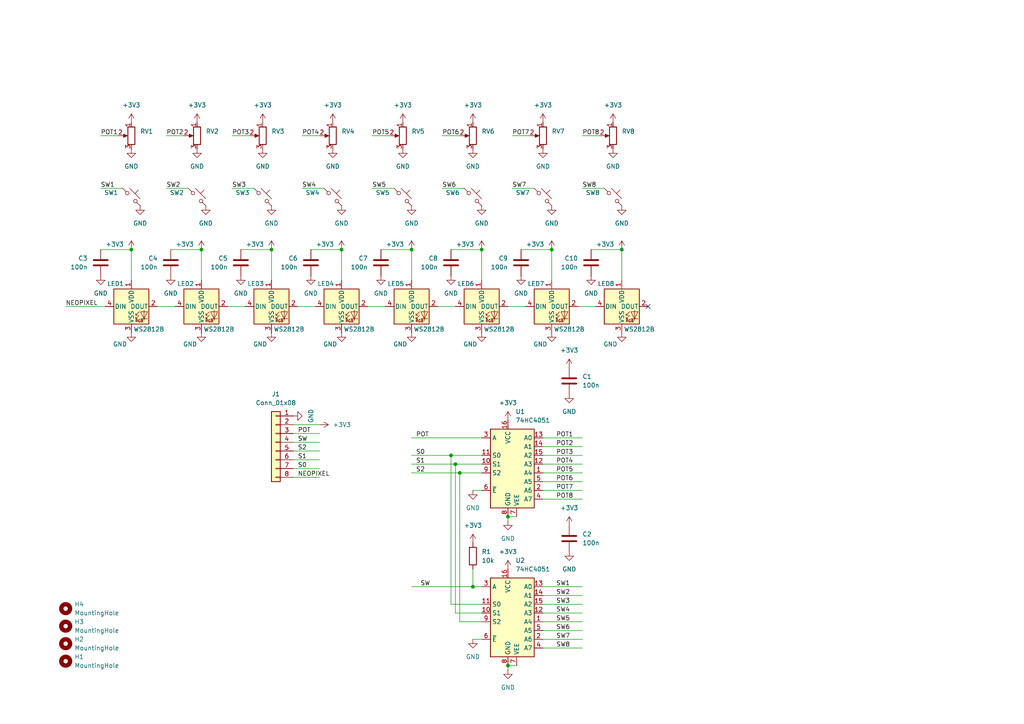
<source format=kicad_sch>
(kicad_sch (version 20231120) (generator "eeschema") (generator_version "8.0")
  (paper "A4")
  (lib_symbols
    (symbol "74xx:74HC4051"
      (property "Reference" "U" (at -5.08 11.43 0))
      (property "Value" "74HC4051" (at -7.62 -13.97 0))
      (symbol "74HC4051_0_1"
        (rectangle (start -5.08 10.16) (end 7.62 -12.7) (stroke (width 0.254)) (fill (type background)))
      )
      (symbol "74HC4051_1_1"
        (pin passive line (at 10.16 -2.54 180) (length 2.54) (name "A4") (number "1"))
        (pin input line (at -7.62 0 0) (length 2.54) (name "S1") (number "10"))
        (pin input line (at -7.62 2.54 0) (length 2.54) (name "S0") (number "11"))
        (pin passive line (at 10.16 0 180) (length 2.54) (name "A3") (number "12"))
        (pin passive line (at 10.16 7.62 180) (length 2.54) (name "A0") (number "13"))
        (pin passive line (at 10.16 5.08 180) (length 2.54) (name "A1") (number "14"))
        (pin passive line (at 10.16 2.54 180) (length 2.54) (name "A2") (number "15"))
        (pin power_in line (at 0 12.7 270) (length 2.54) (name "VCC") (number "16"))
        (pin passive line (at 10.16 -7.62 180) (length 2.54) (name "A6") (number "2"))
        (pin passive line (at -7.62 7.62 0) (length 2.54) (name "A") (number "3"))
        (pin passive line (at 10.16 -10.16 180) (length 2.54) (name "A7") (number "4"))
        (pin passive line (at 10.16 -5.08 180) (length 2.54) (name "A5") (number "5"))
        (pin input line (at -7.62 -7.62 0) (length 2.54) (name "~{E}") (number "6"))
        (pin power_in line (at 2.54 -15.24 90) (length 2.54) (name "VEE") (number "7"))
        (pin power_in line (at 0 -15.24 90) (length 2.54) (name "GND") (number "8"))
        (pin input line (at -7.62 -2.54 0) (length 2.54) (name "S2") (number "9"))
      )
    )
    (symbol "Device:C" (pin_numbers hide) (pin_names (offset 0.254))
      (property "Reference" "C" (at 0.635 2.54 0))
      (property "Value" "C" (at 0.635 -2.54 0))
      (symbol "C_0_1"
        (polyline (pts (xy -2.032 -0.762) (xy 2.032 -0.762)) (stroke (width 0.508)))
        (polyline (pts (xy -2.032 0.762) (xy 2.032 0.762)) (stroke (width 0.508)))
      )
      (symbol "C_1_1"
        (pin passive line (at 0 3.81 270) (length 2.794) (name "~") (number "1"))
        (pin passive line (at 0 -3.81 90) (length 2.794) (name "~") (number "2"))
      )
    )
    (symbol "Device:R" (pin_numbers hide) (pin_names (offset 0))
      (property "Reference" "R" (at 2.032 0 90))
      (property "Value" "R" (at 0 0 90))
      (symbol "R_0_1"
        (rectangle (start -1.016 -2.54) (end 1.016 2.54) (stroke (width 0.254)))
      )
      (symbol "R_1_1"
        (pin passive line (at 0 3.81 270) (length 1.27) (name "~") (number "1"))
        (pin passive line (at 0 -3.81 90) (length 1.27) (name "~") (number "2"))
      )
    )
    (symbol "Device:R_Potentiometer" (pin_names (offset 1.016) hide)
      (property "Reference" "RV" (at -4.445 0 90))
      (property "Value" "R_Potentiometer" (at -2.54 0 90))
      (symbol "R_Potentiometer_0_1"
        (polyline (pts (xy 2.54 0) (xy 1.524 0)))
        (polyline (pts (xy 1.143 0) (xy 2.286 0.508) (xy 2.286 -0.508) (xy 1.143 0)) (fill (type outline)))
        (rectangle (start 1.016 2.54) (end -1.016 -2.54) (stroke (width 0.254)))
      )
      (symbol "R_Potentiometer_1_1"
        (pin passive line (at 0 3.81 270) (length 1.27) (name "1") (number "1"))
        (pin passive line (at 3.81 0 180) (length 1.27) (name "2") (number "2"))
        (pin passive line (at 0 -3.81 90) (length 1.27) (name "3") (number "3"))
      )
    )
    (symbol "LED:WS2812B" (pin_names (offset 0.254))
      (property "Reference" "D" (at 5.08 5.715 0))
      (property "Value" "WS2812B" (at 1.27 -5.715 0))
      (symbol "WS2812B_0_0"
        (text "RGB" (at 2.286 -4.191 0) (effects (font (size 0.762 0.762))))
      )
      (symbol "WS2812B_0_1"
        (polyline (pts (xy 1.27 -3.556) (xy 1.778 -3.556)))
        (polyline (pts (xy 1.27 -2.54) (xy 1.778 -2.54)))
        (polyline (pts (xy 4.699 -3.556) (xy 2.667 -3.556)))
        (polyline (pts (xy 2.286 -2.54) (xy 1.27 -3.556) (xy 1.27 -3.048)))
        (polyline (pts (xy 2.286 -1.524) (xy 1.27 -2.54) (xy 1.27 -2.032)))
        (polyline (pts (xy 3.683 -1.016) (xy 3.683 -3.556) (xy 3.683 -4.064)))
        (polyline (pts (xy 4.699 -1.524) (xy 2.667 -1.524) (xy 3.683 -3.556) (xy 4.699 -1.524)))
        (rectangle (start 5.08 5.08) (end -5.08 -5.08) (stroke (width 0.254)) (fill (type background)))
      )
      (symbol "WS2812B_1_1"
        (pin power_in line (at 0 7.62 270) (length 2.54) (name "VDD") (number "1"))
        (pin output line (at 7.62 0 180) (length 2.54) (name "DOUT") (number "2"))
        (pin power_in line (at 0 -7.62 90) (length 2.54) (name "VSS") (number "3"))
        (pin input line (at -7.62 0 0) (length 2.54) (name "DIN") (number "4"))
      )
    )
    (symbol "Mechanical:MountingHole" (pin_names (offset 1.016)) (exclude_from_sim yes) (in_bom no)
      (property "Reference" "H" (at 0 5.08 0))
      (property "Value" "MountingHole" (at 0 3.175 0))
      (symbol "MountingHole_0_1"
        (circle (center 0 0) (radius 1.27) (stroke (width 1.27)))
      )
    )
    (symbol "PCM_4ms_Connector:Conn_01x08" (pin_names (offset 1.016) hide)
      (property "Reference" "J" (at 0 10.16 0))
      (property "Value" "Conn_01x08" (at -1.27 -13.97 0))
      (symbol "Conn_01x08_0_0"
        (pin passive line (at -5.08 -2.54 0) (length 3.81) (name "Pin_5") (number "5"))
        (pin passive line (at -5.08 -5.08 0) (length 3.81) (name "Pin_6") (number "6"))
        (pin passive line (at -5.08 -7.62 0) (length 3.81) (name "Pin_7") (number "7"))
        (pin passive line (at -5.08 -10.16 0) (length 3.81) (name "Pin_8") (number "8"))
      )
      (symbol "Conn_01x08_1_1"
        (rectangle (start -1.27 -10.033) (end 0 -10.287) (stroke (width 0.1524)))
        (rectangle (start -1.27 -7.493) (end 0 -7.747) (stroke (width 0.1524)))
        (rectangle (start -1.27 -4.953) (end 0 -5.207) (stroke (width 0.1524)))
        (rectangle (start -1.27 -2.413) (end 0 -2.667) (stroke (width 0.1524)))
        (rectangle (start -1.27 0.127) (end 0 -0.127) (stroke (width 0.1524)))
        (rectangle (start -1.27 2.667) (end 0 2.413) (stroke (width 0.1524)))
        (rectangle (start -1.27 5.207) (end 0 4.953) (stroke (width 0.1524)))
        (rectangle (start -1.27 7.747) (end 0 7.493) (stroke (width 0.1524)))
        (rectangle (start -1.27 8.89) (end 1.27 -11.43) (stroke (width 0.254)) (fill (type background)))
        (pin passive line (at -5.08 7.62 0) (length 3.81) (name "Pin_1") (number "1"))
        (pin passive line (at -5.08 5.08 0) (length 3.81) (name "Pin_2") (number "2"))
        (pin passive line (at -5.08 2.54 0) (length 3.81) (name "Pin_3") (number "3"))
        (pin passive line (at -5.08 0 0) (length 3.81) (name "Pin_4") (number "4"))
      )
    )
    (symbol "Switch:SW_Push_45deg" (pin_numbers hide) (pin_names (offset 1.016) hide)
      (property "Reference" "SW" (at 3.048 1.016 0))
      (property "Value" "SW_Push_45deg" (at 0 -3.81 0))
      (symbol "SW_Push_45deg_0_1"
        (circle (center -1.1684 1.1684) (radius 0.508))
        (polyline (pts (xy -0.508 2.54) (xy 2.54 -0.508)))
        (polyline (pts (xy 1.016 1.016) (xy 2.032 2.032)))
        (polyline (pts (xy -2.54 2.54) (xy -1.524 1.524) (xy -1.524 1.524)))
        (polyline (pts (xy 1.524 -1.524) (xy 2.54 -2.54) (xy 2.54 -2.54) (xy 2.54 -2.54)))
        (circle (center 1.143 -1.1938) (radius 0.508))
        (pin passive line (at -2.54 2.54 0) (length 0) (name "1") (number "1"))
        (pin passive line (at 2.54 -2.54 180) (length 0) (name "2") (number "2"))
      )
    )
    (symbol "power:+3V3" (power) (pin_numbers hide) (pin_names (offset 0) hide)
      (property "Value" "+3V3" (at 0 3.556 0))
      (symbol "+3V3_0_1"
        (polyline (pts (xy -0.762 1.27) (xy 0 2.54)))
        (polyline (pts (xy 0 0) (xy 0 2.54)))
        (polyline (pts (xy 0 2.54) (xy 0.762 1.27)))
      )
      (symbol "+3V3_1_1"
        (pin power_in line (at 0 0 90) (length 0) (name "~") (number "1"))
      )
    )
    (symbol "power:GND" (power) (pin_numbers hide) (pin_names (offset 0) hide)
      (property "Value" "GND" (at 0 -3.81 0))
      (symbol "GND_0_1"
        (polyline (pts (xy 0 0) (xy 0 -1.27) (xy 1.27 -1.27) (xy 0 -2.54) (xy -1.27 -1.27) (xy 0 -1.27)))
      )
      (symbol "GND_1_1"
        (pin power_in line (at 0 0 270) (length 0) (name "~") (number "1"))
      )
    )
  )
  (junction (at 147.32 149.86))
  (junction (at 137.16 170.18))
  (junction (at 119.38 72.39))
  (junction (at 38.1 72.39))
  (junction (at 160.02 72.39))
  (junction (at 78.74 72.39))
  (junction (at 99.06 72.39))
  (junction (at 132.08 134.62))
  (junction (at 133.35 137.16))
  (junction (at 58.42 72.39))
  (junction (at 147.32 193.04))
  (junction (at 180.34 72.39))
  (junction (at 139.7 72.39))
  (junction (at 130.81 132.08))
  (no_connect (at 187.96 88.9))
  (wire (pts (xy 157.48 177.8) (xy 168.91 177.8)))
  (wire (pts (xy 99.06 72.39) (xy 99.06 81.28)))
  (wire (pts (xy 49.53 72.39) (xy 58.42 72.39)))
  (wire (pts (xy 86.36 88.9) (xy 91.44 88.9)))
  (wire (pts (xy 147.32 151.13) (xy 147.32 149.86)))
  (wire (pts (xy 38.1 72.39) (xy 38.1 81.28)))
  (wire (pts (xy 87.63 39.37) (xy 92.71 39.37)))
  (wire (pts (xy 85.09 125.73) (xy 92.71 125.73)))
  (wire (pts (xy 157.48 175.26) (xy 168.91 175.26)))
  (wire (pts (xy 29.21 39.37) (xy 34.29 39.37)))
  (wire (pts (xy 107.95 54.61) (xy 114.3 54.61)))
  (wire (pts (xy 157.48 185.42) (xy 168.91 185.42)))
  (wire (pts (xy 157.48 187.96) (xy 168.91 187.96)))
  (wire (pts (xy 110.49 72.39) (xy 119.38 72.39)))
  (wire (pts (xy 168.91 39.37) (xy 173.99 39.37)))
  (wire (pts (xy 133.35 137.16) (xy 133.35 180.34)))
  (wire (pts (xy 157.48 134.62) (xy 168.91 134.62)))
  (wire (pts (xy 157.48 142.24) (xy 168.91 142.24)))
  (wire (pts (xy 85.09 135.89) (xy 92.71 135.89)))
  (wire (pts (xy 132.08 177.8) (xy 139.7 177.8)))
  (wire (pts (xy 45.72 88.9) (xy 50.8 88.9)))
  (wire (pts (xy 127 88.9) (xy 132.08 88.9)))
  (wire (pts (xy 133.35 137.16) (xy 139.7 137.16)))
  (wire (pts (xy 106.68 88.9) (xy 111.76 88.9)))
  (wire (pts (xy 85.09 128.27) (xy 92.71 128.27)))
  (wire (pts (xy 128.27 54.61) (xy 134.62 54.61)))
  (wire (pts (xy 132.08 134.62) (xy 132.08 177.8)))
  (wire (pts (xy 157.48 132.08) (xy 168.91 132.08)))
  (wire (pts (xy 180.34 72.39) (xy 180.34 81.28)))
  (wire (pts (xy 147.32 194.31) (xy 147.32 193.04)))
  (wire (pts (xy 130.81 132.08) (xy 130.81 175.26)))
  (wire (pts (xy 148.59 54.61) (xy 154.94 54.61)))
  (wire (pts (xy 157.48 137.16) (xy 168.91 137.16)))
  (wire (pts (xy 130.81 72.39) (xy 139.7 72.39)))
  (wire (pts (xy 128.27 39.37) (xy 133.35 39.37)))
  (wire (pts (xy 137.16 185.42) (xy 139.7 185.42)))
  (wire (pts (xy 85.09 133.35) (xy 92.71 133.35)))
  (wire (pts (xy 160.02 72.39) (xy 160.02 81.28)))
  (wire (pts (xy 157.48 182.88) (xy 168.91 182.88)))
  (wire (pts (xy 119.38 72.39) (xy 119.38 81.28)))
  (wire (pts (xy 157.48 180.34) (xy 168.91 180.34)))
  (wire (pts (xy 167.64 88.9) (xy 172.72 88.9)))
  (wire (pts (xy 147.32 88.9) (xy 152.4 88.9)))
  (wire (pts (xy 147.32 149.86) (xy 149.86 149.86)))
  (wire (pts (xy 137.16 142.24) (xy 139.7 142.24)))
  (wire (pts (xy 85.09 130.81) (xy 92.71 130.81)))
  (wire (pts (xy 130.81 175.26) (xy 139.7 175.26)))
  (wire (pts (xy 157.48 129.54) (xy 168.91 129.54)))
  (wire (pts (xy 157.48 144.78) (xy 168.91 144.78)))
  (wire (pts (xy 29.21 72.39) (xy 38.1 72.39)))
  (wire (pts (xy 85.09 138.43) (xy 92.71 138.43)))
  (wire (pts (xy 66.04 88.9) (xy 71.12 88.9)))
  (wire (pts (xy 69.85 72.39) (xy 78.74 72.39)))
  (wire (pts (xy 119.38 132.08) (xy 130.81 132.08)))
  (wire (pts (xy 168.91 54.61) (xy 175.26 54.61)))
  (wire (pts (xy 58.42 72.39) (xy 58.42 81.28)))
  (wire (pts (xy 119.38 170.18) (xy 137.16 170.18)))
  (wire (pts (xy 78.74 72.39) (xy 78.74 81.28)))
  (wire (pts (xy 147.32 193.04) (xy 149.86 193.04)))
  (wire (pts (xy 157.48 172.72) (xy 168.91 172.72)))
  (wire (pts (xy 137.16 170.18) (xy 139.7 170.18)))
  (wire (pts (xy 87.63 54.61) (xy 93.98 54.61)))
  (wire (pts (xy 67.31 54.61) (xy 73.66 54.61)))
  (wire (pts (xy 130.81 132.08) (xy 139.7 132.08)))
  (wire (pts (xy 157.48 139.7) (xy 168.91 139.7)))
  (wire (pts (xy 139.7 72.39) (xy 139.7 81.28)))
  (wire (pts (xy 48.26 54.61) (xy 54.61 54.61)))
  (wire (pts (xy 90.17 72.39) (xy 99.06 72.39)))
  (wire (pts (xy 171.45 72.39) (xy 180.34 72.39)))
  (wire (pts (xy 133.35 180.34) (xy 139.7 180.34)))
  (wire (pts (xy 151.13 72.39) (xy 160.02 72.39)))
  (wire (pts (xy 119.38 127) (xy 139.7 127)))
  (wire (pts (xy 119.38 137.16) (xy 133.35 137.16)))
  (wire (pts (xy 132.08 134.62) (xy 139.7 134.62)))
  (wire (pts (xy 19.05 88.9) (xy 30.48 88.9)))
  (wire (pts (xy 107.95 39.37) (xy 113.03 39.37)))
  (wire (pts (xy 148.59 39.37) (xy 153.67 39.37)))
  (wire (pts (xy 48.26 39.37) (xy 53.34 39.37)))
  (wire (pts (xy 137.16 165.1) (xy 137.16 170.18)))
  (wire (pts (xy 92.71 123.19) (xy 85.09 123.19)))
  (wire (pts (xy 157.48 127) (xy 168.91 127)))
  (wire (pts (xy 29.21 54.61) (xy 35.56 54.61)))
  (wire (pts (xy 67.31 39.37) (xy 72.39 39.37)))
  (wire (pts (xy 119.38 134.62) (xy 132.08 134.62)))
  (wire (pts (xy 157.48 170.18) (xy 168.91 170.18)))
  (label "SW1" (at 29.21 54.61 0))
  (label "NEOPIXEL" (at 19.05 88.9 0))
  (label "SW2" (at 161.29 172.72 0))
  (label "POT8" (at 161.29 144.78 0))
  (label "S1" (at 86.36 133.35 0))
  (label "POT" (at 120.65 127 0))
  (label "S1" (at 120.65 134.62 0))
  (label "S0" (at 86.36 135.89 0))
  (label "POT3" (at 67.31 39.37 0))
  (label "SW4" (at 87.63 54.61 0))
  (label "S0" (at 120.65 132.08 0))
  (label "SW2" (at 48.26 54.61 0))
  (label "SW" (at 86.36 128.27 0))
  (label "SW" (at 121.92 170.18 0))
  (label "POT5" (at 107.95 39.37 0))
  (label "POT3" (at 161.29 132.08 0))
  (label "SW3" (at 161.29 175.26 0))
  (label "SW8" (at 161.29 187.96 0))
  (label "POT4" (at 87.63 39.37 0))
  (label "POT1" (at 29.21 39.37 0))
  (label "POT6" (at 128.27 39.37 0))
  (label "POT4" (at 161.29 134.62 0))
  (label "POT7" (at 161.29 142.24 0))
  (label "SW6" (at 161.29 182.88 0))
  (label "NEOPIXEL" (at 86.36 138.43 0))
  (label "SW7" (at 148.59 54.61 0))
  (label "POT2" (at 48.26 39.37 0))
  (label "SW6" (at 128.27 54.61 0))
  (label "POT7" (at 148.59 39.37 0))
  (label "SW1" (at 161.29 170.18 0))
  (label "POT5" (at 161.29 137.16 0))
  (label "SW4" (at 161.29 177.8 0))
  (label "POT1" (at 161.29 127 0))
  (label "SW8" (at 168.91 54.61 0))
  (label "POT8" (at 168.91 39.37 0))
  (label "SW3" (at 67.31 54.61 0))
  (label "S2" (at 86.36 130.81 0))
  (label "S2" (at 120.65 137.16 0))
  (label "POT2" (at 161.29 129.54 0))
  (label "SW5" (at 107.95 54.61 0))
  (label "SW7" (at 161.29 185.42 0))
  (label "POT" (at 86.36 125.73 0))
  (label "SW5" (at 161.29 180.34 0))
  (label "POT6" (at 161.29 139.7 0))
  (symbol (lib_id "Device:C") (at 165.1 156.21 0) (unit 1)
    (property "Reference" "C2" (at 168.91 154.9399 0) (effects (justify left)))
    (property "Value" "100n" (at 168.91 157.4799 0) (effects (justify left)))
    (property "Footprint" "Capacitor_SMD:C_0603_1608Metric" (effects (hide yes)))
    (property "Description" "Unpolarized capacitor" (effects (hide yes)))
  )
  (symbol (lib_id "power:GND") (at 171.45 80.01 0) (mirror y) (unit 1)
    (property "Reference" "#PWR058" (effects (hide yes)))
    (property "Value" "GND" (at 171.45 85.09 0))
    (property "Description" "Power symbol creates a global label with name \"GND\" , ground" (effects (hide yes)))
  )
  (symbol (lib_id "Mechanical:MountingHole") (at 19.05 176.53 0) (unit 1) (exclude_from_sim yes) (in_bom no)
    (property "Reference" "H4" (at 21.59 175.2599 0) (effects (justify left)))
    (property "Value" "MountingHole" (at 21.59 177.7999 0) (effects (justify left)))
    (property "Footprint" "MountingHole:MountingHole_2.5mm" (effects (hide yes)))
    (property "Description" "Mounting Hole without connection" (effects (hide yes)))
  )
  (symbol (lib_id "power:GND") (at 139.7 59.69 0) (unit 1)
    (property "Reference" "#PWR024" (effects (hide yes)))
    (property "Value" "GND" (at 139.7 64.77 0))
    (property "Description" "Power symbol creates a global label with name \"GND\" , ground" (effects (hide yes)))
  )
  (symbol (lib_id "Device:R_Potentiometer") (at 38.1 39.37 0) (mirror y) (unit 1)
    (property "Reference" "RV1" (at 40.64 38.0999 0) (effects (justify right)))
    (property "Value" "R_Potentiometer" (effects (hide yes)))
    (property "Footprint" "Potentiometer_THT:Potentiometer_Alps_RK09K_Single_Vertical" (effects (hide yes)))
    (property "Description" "Potentiometer" (effects (hide yes)))
  )
  (symbol (lib_id "power:+3V3") (at 57.15 35.56 0) (unit 1)
    (property "Reference" "#PWR010" (effects (hide yes)))
    (property "Value" "+3V3" (at 57.15 30.48 0))
    (property "Description" "Power symbol creates a global label with name \"+3V3\"" (effects (hide yes)))
  )
  (symbol (lib_id "Device:C") (at 171.45 76.2 0) (mirror y) (unit 1)
    (property "Reference" "C10" (at 167.64 74.9299 0) (effects (justify left)))
    (property "Value" "100n" (at 167.64 77.4699 0) (effects (justify left)))
    (property "Footprint" "Capacitor_SMD:C_0603_1608Metric" (effects (hide yes)))
    (property "Description" "Unpolarized capacitor" (effects (hide yes)))
  )
  (symbol (lib_id "power:+3V3") (at 160.02 72.39 0) (unit 1)
    (property "Reference" "#PWR056" (effects (hide yes)))
    (property "Value" "+3V3" (at 155.194 70.866 0))
    (property "Description" "Power symbol creates a global label with name \"+3V3\"" (effects (hide yes)))
  )
  (symbol (lib_id "power:+3V3") (at 116.84 35.56 0) (unit 1)
    (property "Reference" "#PWR019" (effects (hide yes)))
    (property "Value" "+3V3" (at 116.84 30.48 0))
    (property "Description" "Power symbol creates a global label with name \"+3V3\"" (effects (hide yes)))
  )
  (symbol (lib_id "LED:WS2812B") (at 119.38 88.9 0) (unit 1)
    (property "Reference" "LED5" (at 114.808 82.296 0))
    (property "Value" "WS2812B" (at 124.46 95.504 0))
    (property "Footprint" "LED_SMD:LED_WS2812B-Mini_PLCC4_3.5x3.5mm" (effects (hide yes)))
    (property "Datasheet" "https://cdn-shop.adafruit.com/datasheets/WS2812B.pdf" (effects (hide yes)))
    (property "Description" "RGB LED with integrated controller" (effects (hide yes)))
  )
  (symbol (lib_id "power:+3V3") (at 137.16 35.56 0) (unit 1)
    (property "Reference" "#PWR022" (effects (hide yes)))
    (property "Value" "+3V3" (at 137.16 30.48 0))
    (property "Description" "Power symbol creates a global label with name \"+3V3\"" (effects (hide yes)))
  )
  (symbol (lib_id "power:GND") (at 90.17 80.01 0) (mirror y) (unit 1)
    (property "Reference" "#PWR046" (effects (hide yes)))
    (property "Value" "GND" (at 90.17 85.09 0))
    (property "Description" "Power symbol creates a global label with name \"GND\" , ground" (effects (hide yes)))
  )
  (symbol (lib_id "Device:C") (at 90.17 76.2 0) (mirror y) (unit 1)
    (property "Reference" "C6" (at 86.36 74.9299 0) (effects (justify left)))
    (property "Value" "100n" (at 86.36 77.4699 0) (effects (justify left)))
    (property "Footprint" "Capacitor_SMD:C_0603_1608Metric" (effects (hide yes)))
    (property "Description" "Unpolarized capacitor" (effects (hide yes)))
  )
  (symbol (lib_id "PCM_4ms_Connector:Conn_01x08") (at 80.01 128.27 0) (mirror y) (unit 1)
    (property "Reference" "J1" (at 80.01 114.3 0))
    (property "Value" "Conn_01x08" (at 80.01 116.84 0))
    (property "Footprint" "Connector_PinHeader_2.54mm:PinHeader_1x08_P2.54mm_Vertical" (effects (hide yes)))
    (property "Description" "HEADER 1x8 MALE PINS 0.100” 180deg" (effects (hide yes)))
    (property "Specifications" "HEADER 1x8 MALE PINS 0.100” 180deg" (effects (hide yes)))
  )
  (symbol (lib_id "power:+3V3") (at 147.32 121.92 0) (unit 1)
    (property "Reference" "#PWR04" (effects (hide yes)))
    (property "Value" "+3V3" (at 147.32 116.84 0))
    (property "Description" "Power symbol creates a global label with name \"+3V3\"" (effects (hide yes)))
  )
  (symbol (lib_id "power:GND") (at 160.02 96.52 0) (mirror y) (unit 1)
    (property "Reference" "#PWR057" (effects (hide yes)))
    (property "Value" "GND" (at 156.718 99.822 0))
    (property "Description" "Power symbol creates a global label with name \"GND\" , ground" (effects (hide yes)))
  )
  (symbol (lib_id "power:GND") (at 137.16 185.42 0) (mirror y) (unit 1)
    (property "Reference" "#PWR07" (effects (hide yes)))
    (property "Value" "GND" (at 137.16 190.5 0))
    (property "Description" "Power symbol creates a global label with name \"GND\" , ground" (effects (hide yes)))
  )
  (symbol (lib_id "LED:WS2812B") (at 139.7 88.9 0) (unit 1)
    (property "Reference" "LED6" (at 135.128 82.296 0))
    (property "Value" "WS2812B" (at 144.78 95.504 0))
    (property "Footprint" "LED_SMD:LED_WS2812B-Mini_PLCC4_3.5x3.5mm" (effects (hide yes)))
    (property "Datasheet" "https://cdn-shop.adafruit.com/datasheets/WS2812B.pdf" (effects (hide yes)))
    (property "Description" "RGB LED with integrated controller" (effects (hide yes)))
  )
  (symbol (lib_id "Device:C") (at 110.49 76.2 0) (mirror y) (unit 1)
    (property "Reference" "C7" (at 106.68 74.9299 0) (effects (justify left)))
    (property "Value" "100n" (at 106.68 77.4699 0) (effects (justify left)))
    (property "Footprint" "Capacitor_SMD:C_0603_1608Metric" (effects (hide yes)))
    (property "Description" "Unpolarized capacitor" (effects (hide yes)))
  )
  (symbol (lib_id "power:GND") (at 57.15 43.18 0) (unit 1)
    (property "Reference" "#PWR011" (effects (hide yes)))
    (property "Value" "GND" (at 57.15 48.26 0))
    (property "Description" "Power symbol creates a global label with name \"GND\" , ground" (effects (hide yes)))
  )
  (symbol (lib_id "power:GND") (at 180.34 59.69 0) (unit 1)
    (property "Reference" "#PWR030" (effects (hide yes)))
    (property "Value" "GND" (at 180.34 64.77 0))
    (property "Description" "Power symbol creates a global label with name \"GND\" , ground" (effects (hide yes)))
  )
  (symbol (lib_id "power:+3V3") (at 177.8 35.56 0) (unit 1)
    (property "Reference" "#PWR028" (effects (hide yes)))
    (property "Value" "+3V3" (at 177.8 30.48 0))
    (property "Description" "Power symbol creates a global label with name \"+3V3\"" (effects (hide yes)))
  )
  (symbol (lib_id "Switch:SW_Push_45deg") (at 76.2 57.15 270) (mirror x) (unit 1)
    (property "Reference" "SW3" (at 72.39 55.8799 90) (effects (justify right)))
    (property "Value" "SW_Push_45deg" (effects (hide yes)))
    (property "Footprint" "Button_Switch_THT:SW_PUSH_6mm_H7.3mm" (effects (hide yes)))
    (property "Description" "Push button switch, normally open, two pins, 45° tilted" (effects (hide yes)))
  )
  (symbol (lib_id "LED:WS2812B") (at 160.02 88.9 0) (unit 1)
    (property "Reference" "LED7" (at 155.448 82.296 0))
    (property "Value" "WS2812B" (at 165.1 95.504 0))
    (property "Footprint" "LED_SMD:LED_WS2812B-Mini_PLCC4_3.5x3.5mm" (effects (hide yes)))
    (property "Datasheet" "https://cdn-shop.adafruit.com/datasheets/WS2812B.pdf" (effects (hide yes)))
    (property "Description" "RGB LED with integrated controller" (effects (hide yes)))
  )
  (symbol (lib_id "power:+3V3") (at 99.06 72.39 0) (unit 1)
    (property "Reference" "#PWR047" (effects (hide yes)))
    (property "Value" "+3V3" (at 94.234 70.866 0))
    (property "Description" "Power symbol creates a global label with name \"+3V3\"" (effects (hide yes)))
  )
  (symbol (lib_id "power:GND") (at 116.84 43.18 0) (unit 1)
    (property "Reference" "#PWR020" (effects (hide yes)))
    (property "Value" "GND" (at 116.84 48.26 0))
    (property "Description" "Power symbol creates a global label with name \"GND\" , ground" (effects (hide yes)))
  )
  (symbol (lib_id "Mechanical:MountingHole") (at 19.05 181.61 0) (unit 1) (exclude_from_sim yes) (in_bom no)
    (property "Reference" "H3" (at 21.59 180.3399 0) (effects (justify left)))
    (property "Value" "MountingHole" (at 21.59 182.8799 0) (effects (justify left)))
    (property "Footprint" "MountingHole:MountingHole_2.5mm" (effects (hide yes)))
    (property "Description" "Mounting Hole without connection" (effects (hide yes)))
  )
  (symbol (lib_id "power:+3V3") (at 38.1 35.56 0) (unit 1)
    (property "Reference" "#PWR03" (effects (hide yes)))
    (property "Value" "+3V3" (at 38.1 30.48 0))
    (property "Description" "Power symbol creates a global label with name \"+3V3\"" (effects (hide yes)))
  )
  (symbol (lib_id "power:+3V3") (at 157.48 35.56 0) (unit 1)
    (property "Reference" "#PWR025" (effects (hide yes)))
    (property "Value" "+3V3" (at 157.48 30.48 0))
    (property "Description" "Power symbol creates a global label with name \"+3V3\"" (effects (hide yes)))
  )
  (symbol (lib_id "power:GND") (at 157.48 43.18 0) (unit 1)
    (property "Reference" "#PWR026" (effects (hide yes)))
    (property "Value" "GND" (at 157.48 48.26 0))
    (property "Description" "Power symbol creates a global label with name \"GND\" , ground" (effects (hide yes)))
  )
  (symbol (lib_id "power:+3V3") (at 139.7 72.39 0) (unit 1)
    (property "Reference" "#PWR053" (effects (hide yes)))
    (property "Value" "+3V3" (at 134.874 70.866 0))
    (property "Description" "Power symbol creates a global label with name \"+3V3\"" (effects (hide yes)))
  )
  (symbol (lib_id "power:+3V3") (at 165.1 106.68 0) (unit 1)
    (property "Reference" "#PWR038" (effects (hide yes)))
    (property "Value" "+3V3" (at 165.1 101.6 0))
    (property "Description" "Power symbol creates a global label with name \"+3V3\"" (effects (hide yes)))
  )
  (symbol (lib_id "power:GND") (at 177.8 43.18 0) (unit 1)
    (property "Reference" "#PWR029" (effects (hide yes)))
    (property "Value" "GND" (at 177.8 48.26 0))
    (property "Description" "Power symbol creates a global label with name \"GND\" , ground" (effects (hide yes)))
  )
  (symbol (lib_id "74xx:74HC4051") (at 147.32 134.62 0) (unit 1)
    (property "Reference" "U1" (at 149.5141 119.38 0) (effects (justify left)))
    (property "Value" "74HC4051" (at 149.5141 121.92 0) (effects (justify left)))
    (property "Footprint" "Package_SO:SOIC-16_3.9x9.9mm_P1.27mm" (effects (hide yes)))
    (property "Datasheet" "http://www.ti.com/lit/ds/symlink/cd74hc4051.pdf" (effects (hide yes)))
    (property "Description" "8-channel analog multiplexer/demultiplexer, DIP-16/SOIC-16/TSSOP-16" (effects (hide yes)))
  )
  (symbol (lib_id "power:GND") (at 38.1 43.18 0) (unit 1)
    (property "Reference" "#PWR01" (effects (hide yes)))
    (property "Value" "GND" (at 38.1 48.26 0))
    (property "Description" "Power symbol creates a global label with name \"GND\" , ground" (effects (hide yes)))
  )
  (symbol (lib_id "Device:C") (at 130.81 76.2 0) (mirror y) (unit 1)
    (property "Reference" "C8" (at 127 74.9299 0) (effects (justify left)))
    (property "Value" "100n" (at 127 77.4699 0) (effects (justify left)))
    (property "Footprint" "Capacitor_SMD:C_0603_1608Metric" (effects (hide yes)))
    (property "Description" "Unpolarized capacitor" (effects (hide yes)))
  )
  (symbol (lib_id "Device:R") (at 137.16 161.29 0) (unit 1)
    (property "Reference" "R1" (at 139.7 160.0199 0) (effects (justify left)))
    (property "Value" "10k" (at 139.7 162.5599 0) (effects (justify left)))
    (property "Footprint" "Resistor_SMD:R_0603_1608Metric" (effects (hide yes)))
    (property "Description" "Resistor" (effects (hide yes)))
  )
  (symbol (lib_id "power:GND") (at 29.21 80.01 0) (mirror y) (unit 1)
    (property "Reference" "#PWR041" (effects (hide yes)))
    (property "Value" "GND" (at 29.21 85.09 0))
    (property "Description" "Power symbol creates a global label with name \"GND\" , ground" (effects (hide yes)))
  )
  (symbol (lib_id "Device:R_Potentiometer") (at 157.48 39.37 0) (mirror y) (unit 1)
    (property "Reference" "RV7" (at 160.02 38.0999 0) (effects (justify right)))
    (property "Value" "R_Potentiometer" (effects (hide yes)))
    (property "Footprint" "Potentiometer_THT:Potentiometer_Alps_RK09K_Single_Vertical" (effects (hide yes)))
    (property "Description" "Potentiometer" (effects (hide yes)))
  )
  (symbol (lib_id "74xx:74HC4051") (at 147.32 177.8 0) (unit 1)
    (property "Reference" "U2" (at 149.5141 162.56 0) (effects (justify left)))
    (property "Value" "74HC4051" (at 149.5141 165.1 0) (effects (justify left)))
    (property "Footprint" "Package_SO:SOIC-16_3.9x9.9mm_P1.27mm" (effects (hide yes)))
    (property "Datasheet" "http://www.ti.com/lit/ds/symlink/cd74hc4051.pdf" (effects (hide yes)))
    (property "Description" "8-channel analog multiplexer/demultiplexer, DIP-16/SOIC-16/TSSOP-16" (effects (hide yes)))
  )
  (symbol (lib_id "power:+3V3") (at 96.52 35.56 0) (unit 1)
    (property "Reference" "#PWR016" (effects (hide yes)))
    (property "Value" "+3V3" (at 96.52 30.48 0))
    (property "Description" "Power symbol creates a global label with name \"+3V3\"" (effects (hide yes)))
  )
  (symbol (lib_id "power:GND") (at 130.81 80.01 0) (mirror y) (unit 1)
    (property "Reference" "#PWR052" (effects (hide yes)))
    (property "Value" "GND" (at 130.81 85.09 0))
    (property "Description" "Power symbol creates a global label with name \"GND\" , ground" (effects (hide yes)))
  )
  (symbol (lib_id "Device:R_Potentiometer") (at 76.2 39.37 0) (mirror y) (unit 1)
    (property "Reference" "RV3" (at 78.74 38.0999 0) (effects (justify right)))
    (property "Value" "R_Potentiometer" (effects (hide yes)))
    (property "Footprint" "Potentiometer_THT:Potentiometer_Alps_RK09K_Single_Vertical" (effects (hide yes)))
    (property "Description" "Potentiometer" (effects (hide yes)))
  )
  (symbol (lib_id "Switch:SW_Push_45deg") (at 96.52 57.15 270) (mirror x) (unit 1)
    (property "Reference" "SW4" (at 92.71 55.8799 90) (effects (justify right)))
    (property "Value" "SW_Push_45deg" (effects (hide yes)))
    (property "Footprint" "Button_Switch_THT:SW_PUSH_6mm_H7.3mm" (effects (hide yes)))
    (property "Description" "Push button switch, normally open, two pins, 45° tilted" (effects (hide yes)))
  )
  (symbol (lib_id "Mechanical:MountingHole") (at 19.05 186.69 0) (unit 1) (exclude_from_sim yes) (in_bom no)
    (property "Reference" "H2" (at 21.59 185.4199 0) (effects (justify left)))
    (property "Value" "MountingHole" (at 21.59 187.9599 0) (effects (justify left)))
    (property "Footprint" "MountingHole:MountingHole_2.5mm" (effects (hide yes)))
    (property "Description" "Mounting Hole without connection" (effects (hide yes)))
  )
  (symbol (lib_id "power:GND") (at 165.1 114.3 0) (mirror y) (unit 1)
    (property "Reference" "#PWR035" (effects (hide yes)))
    (property "Value" "GND" (at 165.1 119.38 0))
    (property "Description" "Power symbol creates a global label with name \"GND\" , ground" (effects (hide yes)))
  )
  (symbol (lib_id "power:+3V3") (at 38.1 72.39 0) (unit 1)
    (property "Reference" "#PWR034" (effects (hide yes)))
    (property "Value" "+3V3" (at 33.274 70.866 0))
    (property "Description" "Power symbol creates a global label with name \"+3V3\"" (effects (hide yes)))
  )
  (symbol (lib_id "power:+3V3") (at 119.38 72.39 0) (unit 1)
    (property "Reference" "#PWR050" (effects (hide yes)))
    (property "Value" "+3V3" (at 114.554 70.866 0))
    (property "Description" "Power symbol creates a global label with name \"+3V3\"" (effects (hide yes)))
  )
  (symbol (lib_id "power:GND") (at 151.13 80.01 0) (mirror y) (unit 1)
    (property "Reference" "#PWR055" (effects (hide yes)))
    (property "Value" "GND" (at 151.13 85.09 0))
    (property "Description" "Power symbol creates a global label with name \"GND\" , ground" (effects (hide yes)))
  )
  (symbol (lib_id "power:GND") (at 85.09 120.65 90) (mirror x) (unit 1)
    (property "Reference" "#PWR031" (effects (hide yes)))
    (property "Value" "GND" (at 90.17 120.65 0))
    (property "Description" "Power symbol creates a global label with name \"GND\" , ground" (effects (hide yes)))
  )
  (symbol (lib_id "power:GND") (at 59.69 59.69 0) (unit 1)
    (property "Reference" "#PWR012" (effects (hide yes)))
    (property "Value" "GND" (at 59.69 64.77 0))
    (property "Description" "Power symbol creates a global label with name \"GND\" , ground" (effects (hide yes)))
  )
  (symbol (lib_id "power:+3V3") (at 92.71 123.19 270) (unit 1)
    (property "Reference" "#PWR032" (effects (hide yes)))
    (property "Value" "+3V3" (at 96.52 123.1899 90) (effects (justify left)))
    (property "Description" "Power symbol creates a global label with name \"+3V3\"" (effects (hide yes)))
  )
  (symbol (lib_id "power:GND") (at 147.32 194.31 0) (mirror y) (unit 1)
    (property "Reference" "#PWR09" (effects (hide yes)))
    (property "Value" "GND" (at 147.32 199.39 0))
    (property "Description" "Power symbol creates a global label with name \"GND\" , ground" (effects (hide yes)))
  )
  (symbol (lib_id "power:GND") (at 160.02 59.69 0) (unit 1)
    (property "Reference" "#PWR027" (effects (hide yes)))
    (property "Value" "GND" (at 160.02 64.77 0))
    (property "Description" "Power symbol creates a global label with name \"GND\" , ground" (effects (hide yes)))
  )
  (symbol (lib_id "LED:WS2812B") (at 58.42 88.9 0) (unit 1)
    (property "Reference" "LED2" (at 53.848 82.296 0))
    (property "Value" "WS2812B" (at 63.5 95.504 0))
    (property "Footprint" "LED_SMD:LED_WS2812B-Mini_PLCC4_3.5x3.5mm" (effects (hide yes)))
    (property "Datasheet" "https://cdn-shop.adafruit.com/datasheets/WS2812B.pdf" (effects (hide yes)))
    (property "Description" "RGB LED with integrated controller" (effects (hide yes)))
  )
  (symbol (lib_id "power:GND") (at 147.32 151.13 0) (mirror y) (unit 1)
    (property "Reference" "#PWR05" (effects (hide yes)))
    (property "Value" "GND" (at 147.32 156.21 0))
    (property "Description" "Power symbol creates a global label with name \"GND\" , ground" (effects (hide yes)))
  )
  (symbol (lib_id "Mechanical:MountingHole") (at 19.05 191.77 0) (unit 1) (exclude_from_sim yes) (in_bom no)
    (property "Reference" "H1" (at 21.59 190.4999 0) (effects (justify left)))
    (property "Value" "MountingHole" (at 21.59 193.0399 0) (effects (justify left)))
    (property "Footprint" "MountingHole:MountingHole_2.5mm" (effects (hide yes)))
    (property "Description" "Mounting Hole without connection" (effects (hide yes)))
  )
  (symbol (lib_id "power:GND") (at 137.16 142.24 0) (mirror y) (unit 1)
    (property "Reference" "#PWR06" (effects (hide yes)))
    (property "Value" "GND" (at 137.16 147.32 0))
    (property "Description" "Power symbol creates a global label with name \"GND\" , ground" (effects (hide yes)))
  )
  (symbol (lib_id "Device:C") (at 151.13 76.2 0) (mirror y) (unit 1)
    (property "Reference" "C9" (at 147.32 74.9299 0) (effects (justify left)))
    (property "Value" "100n" (at 147.32 77.4699 0) (effects (justify left)))
    (property "Footprint" "Capacitor_SMD:C_0603_1608Metric" (effects (hide yes)))
    (property "Description" "Unpolarized capacitor" (effects (hide yes)))
  )
  (symbol (lib_id "Device:R_Potentiometer") (at 177.8 39.37 0) (mirror y) (unit 1)
    (property "Reference" "RV8" (at 180.34 38.0999 0) (effects (justify right)))
    (property "Value" "R_Potentiometer" (effects (hide yes)))
    (property "Footprint" "Potentiometer_THT:Potentiometer_Alps_RK09K_Single_Vertical" (effects (hide yes)))
    (property "Description" "Potentiometer" (effects (hide yes)))
  )
  (symbol (lib_id "LED:WS2812B") (at 78.74 88.9 0) (unit 1)
    (property "Reference" "LED3" (at 74.168 82.296 0))
    (property "Value" "WS2812B" (at 83.82 95.504 0))
    (property "Footprint" "LED_SMD:LED_WS2812B-Mini_PLCC4_3.5x3.5mm" (effects (hide yes)))
    (property "Datasheet" "https://cdn-shop.adafruit.com/datasheets/WS2812B.pdf" (effects (hide yes)))
    (property "Description" "RGB LED with integrated controller" (effects (hide yes)))
  )
  (symbol (lib_id "power:GND") (at 99.06 96.52 0) (mirror y) (unit 1)
    (property "Reference" "#PWR048" (effects (hide yes)))
    (property "Value" "GND" (at 95.758 99.822 0))
    (property "Description" "Power symbol creates a global label with name \"GND\" , ground" (effects (hide yes)))
  )
  (symbol (lib_id "Device:R_Potentiometer") (at 137.16 39.37 0) (mirror y) (unit 1)
    (property "Reference" "RV6" (at 139.7 38.0999 0) (effects (justify right)))
    (property "Value" "R_Potentiometer" (effects (hide yes)))
    (property "Footprint" "Potentiometer_THT:Potentiometer_Alps_RK09K_Single_Vertical" (effects (hide yes)))
    (property "Description" "Potentiometer" (effects (hide yes)))
  )
  (symbol (lib_id "power:+3V3") (at 147.32 165.1 0) (unit 1)
    (property "Reference" "#PWR08" (effects (hide yes)))
    (property "Value" "+3V3" (at 147.32 160.02 0))
    (property "Description" "Power symbol creates a global label with name \"+3V3\"" (effects (hide yes)))
  )
  (symbol (lib_id "Device:C") (at 69.85 76.2 0) (mirror y) (unit 1)
    (property "Reference" "C5" (at 66.04 74.9299 0) (effects (justify left)))
    (property "Value" "100n" (at 66.04 77.4699 0) (effects (justify left)))
    (property "Footprint" "Capacitor_SMD:C_0603_1608Metric" (effects (hide yes)))
    (property "Description" "Unpolarized capacitor" (effects (hide yes)))
  )
  (symbol (lib_id "power:GND") (at 119.38 59.69 0) (unit 1)
    (property "Reference" "#PWR021" (effects (hide yes)))
    (property "Value" "GND" (at 119.38 64.77 0))
    (property "Description" "Power symbol creates a global label with name \"GND\" , ground" (effects (hide yes)))
  )
  (symbol (lib_id "Switch:SW_Push_45deg") (at 116.84 57.15 270) (mirror x) (unit 1)
    (property "Reference" "SW5" (at 113.03 55.8799 90) (effects (justify right)))
    (property "Value" "SW_Push_45deg" (effects (hide yes)))
    (property "Footprint" "Button_Switch_THT:SW_PUSH_6mm_H7.3mm" (effects (hide yes)))
    (property "Description" "Push button switch, normally open, two pins, 45° tilted" (effects (hide yes)))
  )
  (symbol (lib_id "power:+3V3") (at 76.2 35.56 0) (unit 1)
    (property "Reference" "#PWR013" (effects (hide yes)))
    (property "Value" "+3V3" (at 76.2 30.48 0))
    (property "Description" "Power symbol creates a global label with name \"+3V3\"" (effects (hide yes)))
  )
  (symbol (lib_id "power:+3V3") (at 58.42 72.39 0) (unit 1)
    (property "Reference" "#PWR040" (effects (hide yes)))
    (property "Value" "+3V3" (at 53.594 70.866 0))
    (property "Description" "Power symbol creates a global label with name \"+3V3\"" (effects (hide yes)))
  )
  (symbol (lib_id "power:GND") (at 99.06 59.69 0) (unit 1)
    (property "Reference" "#PWR018" (effects (hide yes)))
    (property "Value" "GND" (at 99.06 64.77 0))
    (property "Description" "Power symbol creates a global label with name \"GND\" , ground" (effects (hide yes)))
  )
  (symbol (lib_id "power:GND") (at 165.1 160.02 0) (mirror y) (unit 1)
    (property "Reference" "#PWR036" (effects (hide yes)))
    (property "Value" "GND" (at 165.1 165.1 0))
    (property "Description" "Power symbol creates a global label with name \"GND\" , ground" (effects (hide yes)))
  )
  (symbol (lib_id "Switch:SW_Push_45deg") (at 57.15 57.15 270) (mirror x) (unit 1)
    (property "Reference" "SW2" (at 53.34 55.8799 90) (effects (justify right)))
    (property "Value" "SW_Push_45deg" (effects (hide yes)))
    (property "Footprint" "Button_Switch_THT:SW_PUSH_6mm_H7.3mm" (effects (hide yes)))
    (property "Description" "Push button switch, normally open, two pins, 45° tilted" (effects (hide yes)))
  )
  (symbol (lib_id "LED:WS2812B") (at 38.1 88.9 0) (unit 1)
    (property "Reference" "LED1" (at 33.528 82.296 0))
    (property "Value" "WS2812B" (at 43.18 95.504 0))
    (property "Footprint" "LED_SMD:LED_WS2812B-Mini_PLCC4_3.5x3.5mm" (effects (hide yes)))
    (property "Datasheet" "https://cdn-shop.adafruit.com/datasheets/WS2812B.pdf" (effects (hide yes)))
    (property "Description" "RGB LED with integrated controller" (effects (hide yes)))
  )
  (symbol (lib_id "Device:C") (at 49.53 76.2 0) (mirror y) (unit 1)
    (property "Reference" "C4" (at 45.72 74.9299 0) (effects (justify left)))
    (property "Value" "100n" (at 45.72 77.4699 0) (effects (justify left)))
    (property "Footprint" "Capacitor_SMD:C_0603_1608Metric" (effects (hide yes)))
    (property "Description" "Unpolarized capacitor" (effects (hide yes)))
  )
  (symbol (lib_id "Switch:SW_Push_45deg") (at 157.48 57.15 270) (mirror x) (unit 1)
    (property "Reference" "SW7" (at 153.67 55.8799 90) (effects (justify right)))
    (property "Value" "SW_Push_45deg" (effects (hide yes)))
    (property "Footprint" "Button_Switch_THT:SW_PUSH_6mm_H7.3mm" (effects (hide yes)))
    (property "Description" "Push button switch, normally open, two pins, 45° tilted" (effects (hide yes)))
  )
  (symbol (lib_id "power:GND") (at 49.53 80.01 0) (mirror y) (unit 1)
    (property "Reference" "#PWR039" (effects (hide yes)))
    (property "Value" "GND" (at 49.53 85.09 0))
    (property "Description" "Power symbol creates a global label with name \"GND\" , ground" (effects (hide yes)))
  )
  (symbol (lib_id "power:GND") (at 139.7 96.52 0) (mirror y) (unit 1)
    (property "Reference" "#PWR054" (effects (hide yes)))
    (property "Value" "GND" (at 136.398 99.822 0))
    (property "Description" "Power symbol creates a global label with name \"GND\" , ground" (effects (hide yes)))
  )
  (symbol (lib_id "power:GND") (at 180.34 96.52 0) (mirror y) (unit 1)
    (property "Reference" "#PWR060" (effects (hide yes)))
    (property "Value" "GND" (at 177.038 99.822 0))
    (property "Description" "Power symbol creates a global label with name \"GND\" , ground" (effects (hide yes)))
  )
  (symbol (lib_id "Switch:SW_Push_45deg") (at 38.1 57.15 270) (mirror x) (unit 1)
    (property "Reference" "SW1" (at 34.29 55.8799 90) (effects (justify right)))
    (property "Value" "SW_Push_45deg" (effects (hide yes)))
    (property "Footprint" "Button_Switch_THT:SW_PUSH_6mm_H7.3mm" (effects (hide yes)))
    (property "Description" "Push button switch, normally open, two pins, 45° tilted" (effects (hide yes)))
  )
  (symbol (lib_id "LED:WS2812B") (at 99.06 88.9 0) (unit 1)
    (property "Reference" "LED4" (at 94.488 82.296 0))
    (property "Value" "WS2812B" (at 104.14 95.504 0))
    (property "Footprint" "LED_SMD:LED_WS2812B-Mini_PLCC4_3.5x3.5mm" (effects (hide yes)))
    (property "Datasheet" "https://cdn-shop.adafruit.com/datasheets/WS2812B.pdf" (effects (hide yes)))
    (property "Description" "RGB LED with integrated controller" (effects (hide yes)))
  )
  (symbol (lib_id "power:GND") (at 38.1 96.52 0) (mirror y) (unit 1)
    (property "Reference" "#PWR033" (effects (hide yes)))
    (property "Value" "GND" (at 34.798 99.822 0))
    (property "Description" "Power symbol creates a global label with name \"GND\" , ground" (effects (hide yes)))
  )
  (symbol (lib_id "power:GND") (at 110.49 80.01 0) (mirror y) (unit 1)
    (property "Reference" "#PWR049" (effects (hide yes)))
    (property "Value" "GND" (at 110.49 85.09 0))
    (property "Description" "Power symbol creates a global label with name \"GND\" , ground" (effects (hide yes)))
  )
  (symbol (lib_id "LED:WS2812B") (at 180.34 88.9 0) (unit 1)
    (property "Reference" "LED8" (at 175.768 82.296 0))
    (property "Value" "WS2812B" (at 185.42 95.504 0))
    (property "Footprint" "LED_SMD:LED_WS2812B-Mini_PLCC4_3.5x3.5mm" (effects (hide yes)))
    (property "Datasheet" "https://cdn-shop.adafruit.com/datasheets/WS2812B.pdf" (effects (hide yes)))
    (property "Description" "RGB LED with integrated controller" (effects (hide yes)))
  )
  (symbol (lib_id "Device:R_Potentiometer") (at 57.15 39.37 0) (mirror y) (unit 1)
    (property "Reference" "RV2" (at 59.69 38.0999 0) (effects (justify right)))
    (property "Value" "R_Potentiometer" (effects (hide yes)))
    (property "Footprint" "Potentiometer_THT:Potentiometer_Alps_RK09K_Single_Vertical" (effects (hide yes)))
    (property "Description" "Potentiometer" (effects (hide yes)))
  )
  (symbol (lib_id "Switch:SW_Push_45deg") (at 177.8 57.15 270) (mirror x) (unit 1)
    (property "Reference" "SW8" (at 173.99 55.8799 90) (effects (justify right)))
    (property "Value" "SW_Push_45deg" (effects (hide yes)))
    (property "Footprint" "Button_Switch_THT:SW_PUSH_6mm_H7.3mm" (effects (hide yes)))
    (property "Description" "Push button switch, normally open, two pins, 45° tilted" (effects (hide yes)))
  )
  (symbol (lib_id "power:+3V3") (at 78.74 72.39 0) (unit 1)
    (property "Reference" "#PWR044" (effects (hide yes)))
    (property "Value" "+3V3" (at 73.914 70.866 0))
    (property "Description" "Power symbol creates a global label with name \"+3V3\"" (effects (hide yes)))
  )
  (symbol (lib_id "power:+3V3") (at 165.1 152.4 0) (unit 1)
    (property "Reference" "#PWR037" (effects (hide yes)))
    (property "Value" "+3V3" (at 165.1 147.32 0))
    (property "Description" "Power symbol creates a global label with name \"+3V3\"" (effects (hide yes)))
  )
  (symbol (lib_id "Device:C") (at 29.21 76.2 0) (mirror y) (unit 1)
    (property "Reference" "C3" (at 25.4 74.9299 0) (effects (justify left)))
    (property "Value" "100n" (at 25.4 77.4699 0) (effects (justify left)))
    (property "Footprint" "Capacitor_SMD:C_0603_1608Metric" (effects (hide yes)))
    (property "Description" "Unpolarized capacitor" (effects (hide yes)))
  )
  (symbol (lib_id "power:GND") (at 119.38 96.52 0) (mirror y) (unit 1)
    (property "Reference" "#PWR051" (effects (hide yes)))
    (property "Value" "GND" (at 116.078 99.822 0))
    (property "Description" "Power symbol creates a global label with name \"GND\" , ground" (effects (hide yes)))
  )
  (symbol (lib_id "Device:C") (at 165.1 110.49 0) (unit 1)
    (property "Reference" "C1" (at 168.91 109.2199 0) (effects (justify left)))
    (property "Value" "100n" (at 168.91 111.7599 0) (effects (justify left)))
    (property "Footprint" "Capacitor_SMD:C_0603_1608Metric" (effects (hide yes)))
    (property "Description" "Unpolarized capacitor" (effects (hide yes)))
  )
  (symbol (lib_id "power:GND") (at 69.85 80.01 0) (mirror y) (unit 1)
    (property "Reference" "#PWR043" (effects (hide yes)))
    (property "Value" "GND" (at 69.85 85.09 0))
    (property "Description" "Power symbol creates a global label with name \"GND\" , ground" (effects (hide yes)))
  )
  (symbol (lib_id "power:GND") (at 78.74 59.69 0) (unit 1)
    (property "Reference" "#PWR015" (effects (hide yes)))
    (property "Value" "GND" (at 78.74 64.77 0))
    (property "Description" "Power symbol creates a global label with name \"GND\" , ground" (effects (hide yes)))
  )
  (symbol (lib_id "Device:R_Potentiometer") (at 96.52 39.37 0) (mirror y) (unit 1)
    (property "Reference" "RV4" (at 99.06 38.0999 0) (effects (justify right)))
    (property "Value" "R_Potentiometer" (effects (hide yes)))
    (property "Footprint" "Potentiometer_THT:Potentiometer_Alps_RK09K_Single_Vertical" (effects (hide yes)))
    (property "Description" "Potentiometer" (effects (hide yes)))
  )
  (symbol (lib_id "power:GND") (at 40.64 59.69 0) (unit 1)
    (property "Reference" "#PWR02" (effects (hide yes)))
    (property "Value" "GND" (at 40.64 64.77 0))
    (property "Description" "Power symbol creates a global label with name \"GND\" , ground" (effects (hide yes)))
  )
  (symbol (lib_id "power:GND") (at 76.2 43.18 0) (unit 1)
    (property "Reference" "#PWR014" (effects (hide yes)))
    (property "Value" "GND" (at 76.2 48.26 0))
    (property "Description" "Power symbol creates a global label with name \"GND\" , ground" (effects (hide yes)))
  )
  (symbol (lib_id "power:GND") (at 58.42 96.52 0) (mirror y) (unit 1)
    (property "Reference" "#PWR042" (effects (hide yes)))
    (property "Value" "GND" (at 55.118 99.822 0))
    (property "Description" "Power symbol creates a global label with name \"GND\" , ground" (effects (hide yes)))
  )
  (symbol (lib_id "power:GND") (at 96.52 43.18 0) (unit 1)
    (property "Reference" "#PWR017" (effects (hide yes)))
    (property "Value" "GND" (at 96.52 48.26 0))
    (property "Description" "Power symbol creates a global label with name \"GND\" , ground" (effects (hide yes)))
  )
  (symbol (lib_id "Device:R_Potentiometer") (at 116.84 39.37 0) (mirror y) (unit 1)
    (property "Reference" "RV5" (at 119.38 38.0999 0) (effects (justify right)))
    (property "Value" "R_Potentiometer" (effects (hide yes)))
    (property "Footprint" "Potentiometer_THT:Potentiometer_Alps_RK09K_Single_Vertical" (effects (hide yes)))
    (property "Description" "Potentiometer" (effects (hide yes)))
  )
  (symbol (lib_id "power:+3V3") (at 180.34 72.39 0) (unit 1)
    (property "Reference" "#PWR059" (effects (hide yes)))
    (property "Value" "+3V3" (at 175.514 70.866 0))
    (property "Description" "Power symbol creates a global label with name \"+3V3\"" (effects (hide yes)))
  )
  (symbol (lib_id "Switch:SW_Push_45deg") (at 137.16 57.15 270) (mirror x) (unit 1)
    (property "Reference" "SW6" (at 133.35 55.8799 90) (effects (justify right)))
    (property "Value" "SW_Push_45deg" (effects (hide yes)))
    (property "Footprint" "Button_Switch_THT:SW_PUSH_6mm_H7.3mm" (effects (hide yes)))
    (property "Description" "Push button switch, normally open, two pins, 45° tilted" (effects (hide yes)))
  )
  (symbol (lib_id "power:+3V3") (at 137.16 157.48 0) (unit 1)
    (property "Reference" "#PWR061" (effects (hide yes)))
    (property "Value" "+3V3" (at 137.16 152.4 0))
    (property "Description" "Power symbol creates a global label with name \"+3V3\"" (effects (hide yes)))
  )
  (symbol (lib_id "power:GND") (at 137.16 43.18 0) (unit 1)
    (property "Reference" "#PWR023" (effects (hide yes)))
    (property "Value" "GND" (at 137.16 48.26 0))
    (property "Description" "Power symbol creates a global label with name \"GND\" , ground" (effects (hide yes)))
  )
  (symbol (lib_id "power:GND") (at 78.74 96.52 0) (mirror y) (unit 1)
    (property "Reference" "#PWR045" (effects (hide yes)))
    (property "Value" "GND" (at 75.438 99.822 0))
    (property "Description" "Power symbol creates a global label with name \"GND\" , ground" (effects (hide yes)))
  )
)
</source>
